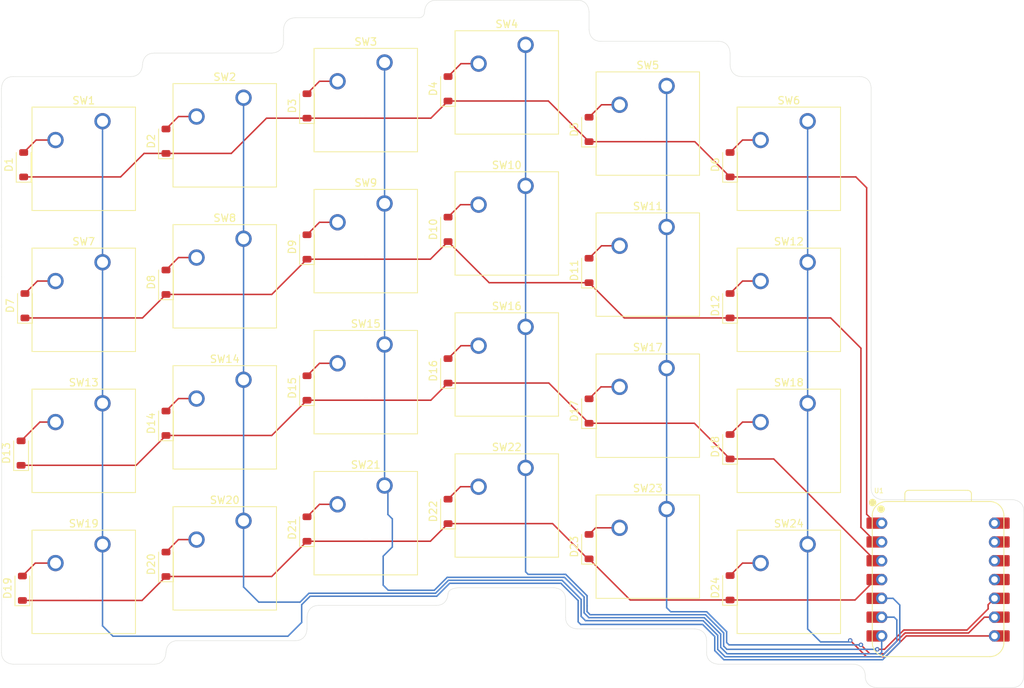
<source format=kicad_pcb>
(kicad_pcb (version 20241229) (generator "pcbnew") (generator_version "9.0")
  (layers (0 "F.Cu" signal) (2 "B.Cu" signal) (13 "F.Paste" user) (15 "B.Paste" user) (5 "F.SilkS" user "F.Silkscreen") (7 "B.SilkS" user "B.Silkscreen") (1 "F.Mask" user) (3 "B.Mask" user) (25 "Edge.Cuts" user))
  (net 0 "")
  (net 1 "Net-(D1-A)")
  (net 2 "Row0")
  (net 3 "Net-(D2-A)")
  (net 4 "Net-(D3-A)")
  (net 5 "Net-(D4-A)")
  (net 6 "Net-(D5-A)")
  (net 7 "Net-(D6-A)")
  (net 8 "Net-(D7-A)")
  (net 9 "Row1")
  (net 10 "Net-(D8-A)")
  (net 11 "Net-(D9-A)")
  (net 12 "Net-(D10-A)")
  (net 13 "Net-(D11-A)")
  (net 14 "Net-(D12-A)")
  (net 15 "Row2")
  (net 16 "Net-(D13-A)")
  (net 17 "Net-(D14-A)")
  (net 18 "Net-(D15-A)")
  (net 19 "Net-(D16-A)")
  (net 20 "Net-(D17-A)")
  (net 21 "Net-(D18-A)")
  (net 22 "Row3")
  (net 23 "Net-(D19-A)")
  (net 24 "Net-(D20-A)")
  (net 25 "Net-(D21-A)")
  (net 26 "Net-(D22-A)")
  (net 27 "Net-(D23-A)")
  (net 28 "Net-(D24-A)")
  (net 29 "Col0")
  (net 30 "Col1")
  (net 31 "Col2")
  (net 32 "Col3")
  (net 33 "Col4")
  (net 34 "Col5")
  (footprint "Diode_SMD:D_SOD-123" (layer "F.Cu") (at 210.2725 114.1925 90)
    (property "Reference" "D22")
    (property "Value" "D")
  )
  (footprint "Taps Keyboard shit:SW_Cherry_MX_1.00u_PCB" (layer "F.Cu") (at 239.8 94.835)
    (property "Reference" "SW17")
    (property "Value" "SW_Push_45deg")
  )
  (footprint "Diode_SMD:D_SOD-123" (layer "F.Cu") (at 152.7725 124.57375 90)
    (property "Reference" "D19")
    (property "Value" "D")
  )
  (footprint "Taps Keyboard shit:SW_Cherry_MX_1.00u_PCB" (layer "F.Cu") (at 258.85 80.5375)
    (property "Reference" "SW12")
    (property "Value" "SW_Push_45deg")
  )
  (footprint "Diode_SMD:D_SOD-123" (layer "F.Cu") (at 229.3225 118.955 90)
    (property "Reference" "D23")
    (property "Value" "D")
  )
  (footprint "Taps Keyboard shit:SW_Cherry_MX_1.00u_PCB" (layer "F.Cu") (at 239.8 113.875)
    (property "Reference" "SW23")
    (property "Value" "SW_Push_45deg")
  )
  (footprint "Diode_SMD:D_SOD-123" (layer "F.Cu") (at 210.2725 95.205 90)
    (property "Reference" "D16")
    (property "Value" "D")
  )
  (footprint "XIAO:XIAO-nRF52840-DIP" (layer "F.Cu") (at 276.47125 123.4)
    (property "Reference" "U1")
    (property "Value" "XIAO-nRF52840-DIP")
  )
  (footprint "Diode_SMD:D_SOD-123" (layer "F.Cu") (at 248.3725 105.46125 90)
    (property "Reference" "D18")
    (property "Value" "D")
  )
  (footprint "Diode_SMD:D_SOD-123" (layer "F.Cu") (at 248.3725 124.51125 90)
    (property "Reference" "D24")
    (property "Value" "D")
  )
  (footprint "Taps Keyboard shit:SW_Cherry_MX_1.00u_PCB" (layer "F.Cu") (at 163.6 99.5875)
    (property "Reference" "SW13")
    (property "Value" "SW_Push_45deg")
  )
  (footprint "Diode_SMD:D_SOD-123" (layer "F.Cu") (at 229.3225 100.63625 90)
    (property "Reference" "D17")
    (property "Value" "D")
  )
  (footprint "Taps Keyboard shit:SW_Cherry_MX_1.00u_PCB" (layer "F.Cu") (at 258.85 118.6375)
    (property "Reference" "SW24")
    (property "Value" "SW_Push_45deg")
  )
  (footprint "Diode_SMD:D_SOD-123" (layer "F.Cu") (at 172.1725 102.28625 90)
    (property "Reference" "D14")
    (property "Value" "D")
  )
  (footprint "Taps Keyboard shit:SW_Cherry_MX_1.00u_PCB" (layer "F.Cu") (at 182.65 58.3125)
    (property "Reference" "SW2")
    (property "Value" "SW_Push_45deg")
  )
  (footprint "Diode_SMD:D_SOD-123" (layer "F.Cu") (at 229.3225 62.59875 90)
    (property "Reference" "D5")
    (property "Value" "D")
  )
  (footprint "Diode_SMD:D_SOD-123" (layer "F.Cu") (at 152.5975 106.3175 90)
    (property "Reference" "D13")
    (property "Value" "D")
  )
  (footprint "Taps Keyboard shit:SW_Cherry_MX_1.00u_PCB" (layer "F.Cu") (at 182.65 115.4625)
    (property "Reference" "SW20")
    (property "Value" "SW_Push_45deg")
  )
  (footprint "Taps Keyboard shit:SW_Cherry_MX_1.00u_PCB" (layer "F.Cu") (at 220.75 108.31875)
    (property "Reference" "SW22")
    (property "Value" "SW_Push_45deg")
  )
  (footprint "Taps Keyboard shit:SW_Cherry_MX_1.00u_PCB" (layer "F.Cu") (at 239.8 75.775)
    (property "Reference" "SW11")
    (property "Value" "SW_Push_45deg")
  )
  (footprint "Diode_SMD:D_SOD-123" (layer "F.Cu") (at 153.1225 86.41125 90)
    (property "Reference" "D7")
    (property "Value" "D")
  )
  (footprint "Taps Keyboard shit:SW_Cherry_MX_1.00u_PCB" (layer "F.Cu") (at 220.75 51.16875)
    (property "Reference" "SW4")
    (property "Value" "SW_Push_45deg")
  )
  (footprint "Taps Keyboard shit:SW_Cherry_MX_1.00u_PCB" (layer "F.Cu") (at 201.7 72.6)
    (property "Reference" "SW9")
    (property "Value" "SW_Push_45deg")
  )
  (footprint "Diode_SMD:D_SOD-123" (layer "F.Cu") (at 248.3725 67.36125 90)
    (property "Reference" "D6")
    (property "Value" "D")
  )
  (footprint "Diode_SMD:D_SOD-123" (layer "F.Cu") (at 172.1725 83.23625 90)
    (property "Reference" "D8")
    (property "Value" "D")
  )
  (footprint "Diode_SMD:D_SOD-123" (layer "F.Cu") (at 152.9475 67.36125 90)
    (property "Reference" "D1")
    (property "Value" "D")
  )
  (footprint "Taps Keyboard shit:SW_Cherry_MX_1.00u_PCB" (layer "F.Cu") (at 258.85 99.5875)
    (property "Reference" "SW18")
    (property "Value" "SW_Push_45deg")
  )
  (footprint "Diode_SMD:D_SOD-123" (layer "F.Cu") (at 191.2225 116.57375 90)
    (property "Reference" "D21")
    (property "Value" "D")
  )
  (footprint "Taps Keyboard shit:SW_Cherry_MX_1.00u_PCB" (layer "F.Cu") (at 258.85 61.4875)
    (property "Reference" "SW6")
    (property "Value" "SW_Push_45deg")
  )
  (footprint "Taps Keyboard shit:SW_Cherry_MX_1.00u_PCB" (layer "F.Cu") (at 163.6 80.5375)
    (property "Reference" "SW7")
    (property "Value" "SW_Push_45deg")
  )
  (footprint "Diode_SMD:D_SOD-123" (layer "F.Cu") (at 191.2225 97.52375 90)
    (property "Reference" "D15")
    (property "Value" "D")
  )
  (footprint "Diode_SMD:D_SOD-123" (layer "F.Cu") (at 210.2725 76.0925 90)
    (property "Reference" "D10")
    (property "Value" "D")
  )
  (footprint "Taps Keyboard shit:SW_Cherry_MX_1.00u_PCB" (layer "F.Cu") (at 201.7 91.65)
    (property "Reference" "SW15")
    (property "Value" "SW_Push_45deg")
  )
  (footprint "Diode_SMD:D_SOD-123" (layer "F.Cu") (at 210.2725 57.105 90)
    (property "Reference" "D4")
    (property "Value" "D")
  )
  (footprint "Taps Keyboard shit:SW_Cherry_MX_1.00u_PCB" (layer "F.Cu") (at 163.6 61.4875)
    (property "Reference" "SW1")
    (property "Value" "SW_Push_45deg")
  )
  (footprint "Taps Keyboard shit:SW_Cherry_MX_1.00u_PCB" (layer "F.Cu") (at 239.8 56.725)
    (property "Reference" "SW5")
    (property "Value" "SW_Push_45deg")
  )
  (footprint "Taps Keyboard shit:SW_Cherry_MX_1.00u_PCB" (layer "F.Cu") (at 182.65 77.3625)
    (property "Reference" "SW8")
    (property "Value" "SW_Push_45deg")
  )
  (footprint "Taps Keyboard shit:SW_Cherry_MX_1.00u_PCB" (layer "F.Cu") (at 201.7 110.7)
    (property "Reference" "SW21")
    (property "Value" "SW_Push_45deg")
  )
  (footprint "Diode_SMD:D_SOD-123" (layer "F.Cu") (at 191.2225 59.42375 90)
    (property "Reference" "D3")
    (property "Value" "D")
  )
  (footprint "Taps Keyboard shit:SW_Cherry_MX_1.00u_PCB" (layer "F.Cu") (at 220.75 89.26875)
    (property "Reference" "SW16")
    (property "Value" "SW_Push_45deg")
  )
  (footprint "Taps Keyboard shit:SW_Cherry_MX_1.00u_PCB" (layer "F.Cu") (at 182.65 96.4125)
    (property "Reference" "SW14")
    (property "Value" "SW_Push_45deg")
  )
  (footprint "Diode_SMD:D_SOD-123" (layer "F.Cu") (at 172.1725 64.18625 90)
    (property "Reference" "D2")
    (property "Value" "D")
  )
  (footprint "Taps Keyboard shit:SW_Cherry_MX_1.00u_PCB" (layer "F.Cu") (at 220.75 70.21875)
    (property "Reference" "SW10")
    (property "Value" "SW_Push_45deg")
  )
  (footprint "Diode_SMD:D_SOD-123" (layer "F.Cu") (at 172.1725 121.33625 90)
    (property "Reference" "D20")
    (property "Value" "D")
  )
  (footprint "Taps Keyboard shit:SW_Cherry_MX_1.00u_PCB" (layer "F.Cu") (at 201.7 53.55)
    (property "Reference" "SW3")
    (property "Value" "SW_Push_45deg")
  )
  (footprint "Diode_SMD:D_SOD-123" (layer "F.Cu") (at 248.3725 86.41125 90)
    (property "Reference" "D12")
    (property "Value" "D")
  )
  (footprint "Diode_SMD:D_SOD-123" (layer "F.Cu") (at 229.3225 81.64875 90)
    (property "Reference" "D11")
    (property "Value" "D")
  )
  (footprint "Taps Keyboard shit:SW_Cherry_MX_1.00u_PCB" (layer "F.Cu") (at 163.6 118.6375)
    (property "Reference" "SW19")
    (property "Value" "SW_Push_45deg")
  )
  (footprint "Diode_SMD:D_SOD-123" (layer "F.Cu") (at 191.2225 78.47375 90)
    (property "Reference" "D9")
    (property "Value" "D")
  )
  (gr_curve (pts (xy 206.30375 47.5175) (xy 207.0975 47.5175) (xy 207.0975 46.72375) (xy 207.0975 46.72375)) (stroke (width 0.05)) (layer "Edge.Cuts"))
  (gr_curve (pts (xy 149.9475 133.2425) (xy 149.9475 134.83) (xy 151.535 134.83) (xy 151.535 134.83)) (stroke (width 0.05)) (layer "Edge.Cuts"))
  (gr_line (start 149.95 62.3) (end 149.9475 57.0425) (stroke (width 0.05)) (layer "Edge.Cuts"))
  (gr_curve (pts (xy 192.81 126.8925) (xy 191.2225 126.8925) (xy 191.2225 128.48) (xy 191.2225 128.48)) (stroke (width 0.05)) (layer "Edge.Cuts"))
  (gr_line (start 227.735 130.0675) (end 243.61 130.0675) (stroke (width 0.05)) (layer "Edge.Cuts"))
  (gr_curve (pts (xy 245.1975 131.655) (xy 245.1975 130.0675) (xy 243.61 130.0675) (xy 243.61 130.0675)) (stroke (width 0.05)) (layer "Edge.Cuts"))
  (gr_curve (pts (xy 151.535 55.455) (xy 149.9475 55.455) (xy 149.9475 57.0425) (xy 149.9475 57.0425)) (stroke (width 0.05)) (layer "Edge.Cuts"))
  (gr_line (start 211.86 124.51125) (end 224.56 124.51125) (stroke (width 0.05)) (layer "Edge.Cuts"))
  (gr_line (start 268.21625 138.005) (end 286.4725 138.005) (stroke (width 0.05)) (layer "Edge.Cuts"))
  (gr_line (start 149.95 66.298778) (end 149.96 78.52) (stroke (width 0.05)) (layer "Edge.Cuts"))
  (gr_line (start 188.0475 49.89875) (end 188.0475 50.6925) (stroke (width 0.05)) (layer "Edge.Cuts"))
  (gr_curve (pts (xy 170.585 52.28) (xy 168.9975 52.28) (xy 168.9975 53.8675) (xy 168.9975 53.8675)) (stroke (width 0.05)) (layer "Edge.Cuts"))
  (gr_curve (pts (xy 188.0475 50.6925) (xy 188.0475 52.28) (xy 186.46 52.28) (xy 186.46 52.28)) (stroke (width 0.05)) (layer "Edge.Cuts"))
  (gr_line (start 248.3725 52.28) (end 248.3725 53.8675) (stroke (width 0.05)) (layer "Edge.Cuts"))
  (gr_curve (pts (xy 226.1475 126.09875) (xy 226.1475 124.51125) (xy 224.56 124.51125) (xy 224.56 124.51125)) (stroke (width 0.05)) (layer "Edge.Cuts"))
  (gr_line (start 170.585 52.28) (end 186.46 52.28) (stroke (width 0.05)) (layer "Edge.Cuts"))
  (gr_line (start 245.1975 131.655) (end 245.1975 133.2425) (stroke (width 0.05)) (layer "Edge.Cuts"))
  (gr_curve (pts (xy 167.41 55.455) (xy 168.9975 55.455) (xy 168.9975 53.8675) (xy 168.9975 53.8675)) (stroke (width 0.05)) (layer "Edge.Cuts"))
  (gr_curve (pts (xy 189.635 47.5175) (xy 188.0475 47.5175) (xy 188.0475 49.105) (xy 188.0475 49.105)) (stroke (width 0.05)) (layer "Edge.Cuts"))
  (gr_line (start 191.2225 128.48) (end 191.2225 130.0675) (stroke (width 0.05)) (layer "Edge.Cuts"))
  (gr_curve (pts (xy 249.96 55.455) (xy 248.3725 55.455) (xy 248.3725 53.8675) (xy 248.3725 53.8675)) (stroke (width 0.05)) (layer "Edge.Cuts"))
  (gr_curve (pts (xy 266.62875 136.4175) (xy 266.62875 134.83) (xy 265.04125 134.83) (xy 265.04125 134.83)) (stroke (width 0.05)) (layer "Edge.Cuts"))
  (gr_curve (pts (xy 227.735 45.13625) (xy 229.3225 45.13625) (xy 229.3225 46.72375) (xy 229.3225 46.72375)) (stroke (width 0.05)) (layer "Edge.Cuts"))
  (gr_line (start 246.785 134.83) (end 265.04125 134.83) (stroke (width 0.05)) (layer "Edge.Cuts"))
  (gr_line (start 286.4725 112.605) (end 269.01 112.605) (stroke (width 0.05)) (layer "Edge.Cuts"))
  (gr_line (start 189.635 47.5175) (end 206.30375 47.5175) (stroke (width 0.05)) (layer "Edge.Cuts"))
  (gr_curve (pts (xy 208.685 126.8925) (xy 210.2725 126.8925) (xy 210.2725 125.305) (xy 210.2725 125.305)) (stroke (width 0.05)) (layer "Edge.Cuts"))
  (gr_curve (pts (xy 208.685 45.13625) (xy 207.0975 45.13625) (xy 207.0975 46.72375) (xy 207.0975 46.72375)) (stroke (width 0.05)) (layer "Edge.Cuts"))
  (gr_curve (pts (xy 245.1975 133.2425) (xy 245.1975 134.83) (xy 246.785 134.83) (xy 246.785 134.83)) (stroke (width 0.05)) (layer "Edge.Cuts"))
  (gr_curve (pts (xy 266.62875 136.4175) (xy 266.62875 138.005) (xy 268.21625 138.005) (xy 268.21625 138.005)) (stroke (width 0.05)) (layer "Edge.Cuts"))
  (gr_curve (pts (xy 246.785 50.6925) (xy 248.3725 50.6925) (xy 248.3725 52.28) (xy 248.3725 52.28)) (stroke (width 0.05)) (layer "Edge.Cuts"))
  (gr_curve (pts (xy 265.835 55.455) (xy 267.4225 55.455) (xy 267.4225 56.94) (xy 267.4225 56.98)) (stroke (width 0.05)) (layer "Edge.Cuts"))
  (gr_curve (pts (xy 170.585 134.83) (xy 172.1725 134.83) (xy 172.1725 133.2425) (xy 172.1725 133.2425)) (stroke (width 0.05)) (layer "Edge.Cuts"))
  (gr_line (start 229.3225 46.72375) (end 229.3225 49.105) (stroke (width 0.05)) (layer "Edge.Cuts"))
  (gr_line (start 149.95 62.3) (end 149.95 66.298778) (stroke (width 0.05)) (layer "Edge.Cuts"))
  (gr_line (start 149.97 123.5) (end 149.9475 133.2425) (stroke (width 0.05)) (layer "Edge.Cuts"))
  (gr_line (start 151.535 134.83) (end 170.585 134.83) (stroke (width 0.05)) (layer "Edge.Cuts"))
  (gr_line (start 173.76 131.655) (end 189.635 131.655) (stroke (width 0.05)) (layer "Edge.Cuts"))
  (gr_line (start 151.535 55.455) (end 167.41 55.455) (stroke (width 0.05)) (layer "Edge.Cuts"))
  (gr_line (start 149.96 78.52) (end 149.96 82.52) (stroke (width 0.05)) (layer "Edge.Cuts"))
  (gr_curve (pts (xy 211.86 124.51125) (xy 210.2725 124.51125) (xy 210.2725 125.305) (xy 210.2725 125.305)) (stroke (width 0.05)) (layer "Edge.Cuts"))
  (gr_line (start 267.4225 111.0175) (end 267.4225 56.98) (stroke (width 0.05)) (layer "Edge.Cuts"))
  (gr_curve (pts (xy 288.06 114.1925) (xy 288.06 112.605) (xy 286.4725 112.605) (xy 286.4725 112.605)) (stroke (width 0.05)) (layer "Edge.Cuts"))
  (gr_curve (pts (xy 189.635 131.655) (xy 191.2225 131.655) (xy 191.2225 130.0675) (xy 191.2225 130.0675)) (stroke (width 0.05)) (layer "Edge.Cuts"))
  (gr_line (start 188.0475 49.89875) (end 188.0475 49.105) (stroke (width 0.05)) (layer "Edge.Cuts"))
  (gr_line (start 208.685 45.13625) (end 227.735 45.13625) (stroke (width 0.05)) (layer "Edge.Cuts"))
  (gr_line (start 288.06 136.4175) (end 288.06 114.1925) (stroke (width 0.05)) (layer "Edge.Cuts"))
  (gr_curve (pts (xy 226.1475 128.48) (xy 226.1475 130.0675) (xy 227.735 130.0675) (xy 227.735 130.0675)) (stroke (width 0.05)) (layer "Edge.Cuts"))
  (gr_curve (pts (xy 230.91 50.6925) (xy 229.3225 50.6925) (xy 229.3225 49.105) (xy 229.3225 49.105)) (stroke (width 0.05)) (layer "Edge.Cuts"))
  (gr_line (start 192.81 126.8925) (end 208.685 126.8925) (stroke (width 0.05)) (layer "Edge.Cuts"))
  (gr_curve (pts (xy 286.4725 138.005) (xy 288.06 138.005) (xy 288.06 136.4175) (xy 288.06 136.4175)) (stroke (width 0.05)) (layer "Edge.Cuts"))
  (gr_line (start 230.91 50.6925) (end 246.785 50.6925) (stroke (width 0.05)) (layer "Edge.Cuts"))
  (gr_line (start 149.96 82.52) (end 149.97 123.5) (stroke (width 0.05)) (layer "Edge.Cuts"))
  (gr_curve (pts (xy 173.76 131.655) (xy 172.1725 131.655) (xy 172.1725 133.2425) (xy 172.1725 133.2425)) (stroke (width 0.05)) (layer "Edge.Cuts"))
  (gr_curve (pts (xy 267.4225 111.0175) (xy 267.4225 112.605) (xy 269.01 112.605) (xy 269.01 112.605)) (stroke (width 0.05)) (layer "Edge.Cuts"))
  (gr_line (start 249.96 55.455) (end 265.835 55.455) (stroke (width 0.05)) (layer "Edge.Cuts"))
  (gr_line (start 226.1475 128.48) (end 226.1475 126.09875) (stroke (width 0.05)) (layer "Edge.Cuts"))
  (segment (start 154.63125 64.0275) (end 152.9475 65.71125) (width 0.2) (layer "F.Cu") (net 1))
  (segment (start 157.25 64.0275) (end 154.63125 64.0275) (width 0.2) (layer "F.Cu") (net 1))
  (segment (start 169.21375 65.83625) (end 172.1725 65.83625) (width 0.2) (layer "F.Cu") (net 2))
  (segment (start 166.03875 69.01125) (end 169.21375 65.83625) (width 0.2) (layer "F.Cu") (net 2))
  (segment (start 223.82875 58.755) (end 229.3225 64.24875) (width 0.2) (layer "F.Cu") (net 2))
  (segment (start 185.753566 61.07375) (end 191.2225 61.07375) (width 0.2) (layer "F.Cu") (net 2))
  (segment (start 265.36125 69.01125) (end 266.8215 70.4715) (width 0.2) (layer "F.Cu") (net 2))
  (segment (start 243.61 64.24875) (end 248.3725 69.01125) (width 0.2) (layer "F.Cu") (net 2))
  (segment (start 229.3225 64.24875) (end 243.61 64.24875) (width 0.2) (layer "F.Cu") (net 2))
  (segment (start 207.95375 61.07375) (end 210.2725 58.755) (width 0.2) (layer "F.Cu") (net 2))
  (segment (start 266.8215 114.58525) (end 268.01625 115.78) (width 0.2) (layer "F.Cu") (net 2))
  (segment (start 266.8215 70.4715) (end 266.8215 114.58525) (width 0.2) (layer "F.Cu") (net 2))
  (segment (start 248.3725 69.01125) (end 265.36125 69.01125) (width 0.2) (layer "F.Cu") (net 2))
  (segment (start 210.2725 58.755) (end 223.82875 58.755) (width 0.2) (layer "F.Cu") (net 2))
  (segment (start 191.2225 61.07375) (end 207.95375 61.07375) (width 0.2) (layer "F.Cu") (net 2))
  (segment (start 180.991066 65.83625) (end 185.753566 61.07375) (width 0.2) (layer "F.Cu") (net 2))
  (segment (start 152.9475 69.01125) (end 166.03875 69.01125) (width 0.2) (layer "F.Cu") (net 2))
  (segment (start 172.1725 65.83625) (end 180.991066 65.83625) (width 0.2) (layer "F.Cu") (net 2))
  (segment (start 176.3 60.8525) (end 173.85625 60.8525) (width 0.2) (layer "F.Cu") (net 3))
  (segment (start 173.85625 60.8525) (end 172.1725 62.53625) (width 0.2) (layer "F.Cu") (net 3))
  (segment (start 192.90625 56.09) (end 191.2225 57.77375) (width 0.2) (layer "F.Cu") (net 4))
  (segment (start 195.35 56.09) (end 192.90625 56.09) (width 0.2) (layer "F.Cu") (net 4))
  (segment (start 214.4 53.70875) (end 212.01875 53.70875) (width 0.2) (layer "F.Cu") (net 5))
  (segment (start 212.01875 53.70875) (end 210.2725 55.455) (width 0.2) (layer "F.Cu") (net 5))
  (segment (start 231.00625 59.265) (end 229.3225 60.94875) (width 0.2) (layer "F.Cu") (net 6))
  (segment (start 233.45 59.265) (end 231.00625 59.265) (width 0.2) (layer "F.Cu") (net 6))
  (segment (start 252.5 64.0275) (end 250.05625 64.0275) (width 0.2) (layer "F.Cu") (net 7))
  (segment (start 250.05625 64.0275) (end 248.3725 65.71125) (width 0.2) (layer "F.Cu") (net 7))
  (segment (start 157.25 83.0775) (end 154.80625 83.0775) (width 0.2) (layer "F.Cu") (net 8))
  (segment (start 154.80625 83.0775) (end 153.1225 84.76125) (width 0.2) (layer "F.Cu") (net 8))
  (segment (start 261.96125 88.06125) (end 248.3725 88.06125) (width 0.2) (layer "F.Cu") (net 9))
  (segment (start 172.1725 84.88625) (end 168.9975 88.06125) (width 0.2) (layer "F.Cu") (net 9))
  (segment (start 168.9975 88.06125) (end 153.1225 88.06125) (width 0.2) (layer "F.Cu") (net 9))
  (segment (start 266.05 92.15) (end 261.96125 88.06125) (width 0.2) (layer "F.Cu") (net 9))
  (segment (start 186.46 84.88625) (end 172.1725 84.88625) (width 0.2) (layer "F.Cu") (net 9))
  (segment (start 207.89125 80.12375) (end 191.2225 80.12375) (width 0.2) (layer "F.Cu") (net 9))
  (segment (start 229.3225 83.29875) (end 215.82875 83.29875) (width 0.2) (layer "F.Cu") (net 9))
  (segment (start 210.2725 77.7425) (end 207.89125 80.12375) (width 0.2) (layer "F.Cu") (net 9))
  (segment (start 234.085 88.06125) (end 229.3225 83.29875) (width 0.2) (layer "F.Cu") (net 9))
  (segment (start 266.05 116.35375) (end 266.05 92.15) (width 0.2) (layer "F.Cu") (net 9))
  (segment (start 268.01625 118.32) (end 266.05 116.35375) (width 0.2) (layer "F.Cu") (net 9))
  (segment (start 215.82875 83.29875) (end 210.2725 77.7425) (width 0.2) (layer "F.Cu") (net 9))
  (segment (start 248.3725 88.06125) (end 234.085 88.06125) (width 0.2) (layer "F.Cu") (net 9))
  (segment (start 191.2225 80.12375) (end 186.46 84.88625) (width 0.2) (layer "F.Cu") (net 9))
  (segment (start 173.85625 79.9025) (end 172.1725 81.58625) (width 0.2) (layer "F.Cu") (net 10))
  (segment (start 176.3 79.9025) (end 173.85625 79.9025) (width 0.2) (layer "F.Cu") (net 10))
  (segment (start 192.90625 75.14) (end 191.2225 76.82375) (width 0.2) (layer "F.Cu") (net 11))
  (segment (start 195.35 75.14) (end 192.90625 75.14) (width 0.2) (layer "F.Cu") (net 11))
  (segment (start 214.4 72.75875) (end 211.95625 72.75875) (width 0.2) (layer "F.Cu") (net 12))
  (segment (start 211.95625 72.75875) (end 210.2725 74.4425) (width 0.2) (layer "F.Cu") (net 12))
  (segment (start 231.00625 78.315) (end 229.3225 79.99875) (width 0.2) (layer "F.Cu") (net 13))
  (segment (start 233.45 78.315) (end 231.00625 78.315) (width 0.2) (layer "F.Cu") (net 13))
  (segment (start 250.05625 83.0775) (end 248.3725 84.76125) (width 0.2) (layer "F.Cu") (net 14))
  (segment (start 252.5 83.0775) (end 250.05625 83.0775) (width 0.2) (layer "F.Cu") (net 14))
  (segment (start 243.5475 102.28625) (end 248.3725 107.11125) (width 0.2) (layer "F.Cu") (net 15))
  (segment (start 152.5975 107.9675) (end 168.14125 107.9675) (width 0.2) (layer "F.Cu") (net 15))
  (segment (start 186.46 103.93625) (end 191.2225 99.17375) (width 0.2) (layer "F.Cu") (net 15))
  (segment (start 172.1725 103.93625) (end 186.46 103.93625) (width 0.2) (layer "F.Cu") (net 15))
  (segment (start 207.95375 99.17375) (end 210.2725 96.855) (width 0.2) (layer "F.Cu") (net 15))
  (segment (start 229.3225 102.28625) (end 243.5475 102.28625) (width 0.2) (layer "F.Cu") (net 15))
  (segment (start 191.2225 99.17375) (end 207.95375 99.17375) (width 0.2) (layer "F.Cu") (net 15))
  (segment (start 223.89125 96.855) (end 229.3225 102.28625) (width 0.2) (layer "F.Cu") (net 15))
  (segment (start 248.3725 107.11125) (end 254.2675 107.11125) (width 0.2) (layer "F.Cu") (net 15))
  (segment (start 210.2725 96.855) (end 223.89125 96.855) (width 0.2) (layer "F.Cu") (net 15))
  (segment (start 168.14125 107.9675) (end 172.1725 103.93625) (width 0.2) (layer "F.Cu") (net 15))
  (segment (start 254.2675 107.11125) (end 268.01625 120.86) (width 0.2) (layer "F.Cu") (net 15))
  (segment (start 155.1375 102.1275) (end 152.5975 104.6675) (width 0.2) (layer "F.Cu") (net 16))
  (segment (start 157.25 102.1275) (end 155.1375 102.1275) (width 0.2) (layer "F.Cu") (net 16))
  (segment (start 173.85625 98.9525) (end 172.1725 100.63625) (width 0.2) (layer "F.Cu") (net 17))
  (segment (start 176.3 98.9525) (end 173.85625 98.9525) (width 0.2) (layer "F.Cu") (net 17))
  (segment (start 192.90625 94.19) (end 191.2225 95.87375) (width 0.2) (layer "F.Cu") (net 18))
  (segment (start 195.35 94.19) (end 192.90625 94.19) (width 0.2) (layer "F.Cu") (net 18))
  (segment (start 214.4 91.80875) (end 212.01875 91.80875) (width 0.2) (layer "F.Cu") (net 19))
  (segment (start 212.01875 91.80875) (end 210.2725 93.555) (width 0.2) (layer "F.Cu") (net 19))
  (segment (start 230.93375 97.375) (end 229.3225 98.98625) (width 0.2) (layer "F.Cu") (net 20))
  (segment (start 233.45 97.375) (end 230.93375 97.375) (width 0.2) (layer "F.Cu") (net 20))
  (segment (start 250.05625 102.1275) (end 248.3725 103.81125) (width 0.2) (layer "F.Cu") (net 21))
  (segment (start 252.5 102.1275) (end 250.05625 102.1275) (width 0.2) (layer "F.Cu") (net 21))
  (segment (start 186.46 122.98625) (end 172.1725 122.98625) (width 0.2) (layer "F.Cu") (net 22))
  (segment (start 229.155 120.605) (end 224.3925 115.8425) (width 0.2) (layer "F.Cu") (net 22))
  (segment (start 229.3225 120.605) (end 234.87875 126.16125) (width 0.2) (layer "F.Cu") (net 22))
  (segment (start 265.255 126.16125) (end 268.01625 123.4) (width 0.2) (layer "F.Cu") (net 22))
  (segment (start 172.1725 122.98625) (end 168.935 126.22375) (width 0.2) (layer "F.Cu") (net 22))
  (segment (start 248.3725 126.16125) (end 265.255 126.16125) (width 0.2) (layer "F.Cu") (net 22))
  (segment (start 210.2725 115.8425) (end 207.89125 118.22375) (width 0.2) (layer "F.Cu") (net 22))
  (segment (start 224.3925 115.8425) (end 210.2725 115.8425) (width 0.2) (layer "F.Cu") (net 22))
  (segment (start 168.935 126.22375) (end 152.7725 126.22375) (width 0.2) (layer "F.Cu") (net 22))
  (segment (start 191.2225 118.22375) (end 186.46 122.98625) (width 0.2) (layer "F.Cu") (net 22))
  (segment (start 207.89125 118.22375) (end 191.2225 118.22375) (width 0.2) (layer "F.Cu") (net 22))
  (segment (start 229.3225 120.605) (end 229.155 120.605) (width 0.2) (layer "F.Cu") (net 22))
  (segment (start 234.87875 126.16125) (end 248.3725 126.16125) (width 0.2) (layer "F.Cu") (net 22))
  (segment (start 154.51875 121.1775) (end 152.7725 122.92375) (width 0.2) (layer "F.Cu") (net 23))
  (segment (start 157.25 121.1775) (end 154.51875 121.1775) (width 0.2) (layer "F.Cu") (net 23))
  (segment (start 176.3 118.0025) (end 173.85625 118.0025) (width 0.2) (layer "F.Cu") (net 24))
  (segment (start 173.85625 118.0025) (end 172.1725 119.68625) (width 0.2) (layer "F.Cu") (net 24))
  (segment (start 192.90625 113.24) (end 191.2225 114.92375) (width 0.2) (layer "F.Cu") (net 25))
  (segment (start 195.35 113.24) (end 192.90625 113.24) (width 0.2) (layer "F.Cu") (net 25))
  (segment (start 211.95625 110.85875) (end 210.2725 112.5425) (width 0.2) (layer "F.Cu") (net 26))
  (segment (start 214.4 110.85875) (end 211.95625 110.85875) (width 0.2) (layer "F.Cu") (net 26))
  (segment (start 233.45 116.415) (end 230.2125 116.415) (width 0.2) (layer "F.Cu") (net 27))
  (segment (start 230.2125 116.415) (end 229.3225 117.305) (width 0.2) (layer "F.Cu") (net 27))
  (segment (start 250.05625 121.1775) (end 248.3725 122.86125) (width 0.2) (layer "F.Cu") (net 28))
  (segment (start 252.5 121.1775) (end 250.05625 121.1775) (width 0.2) (layer "F.Cu") (net 28))
  (segment (start 246.3 133) (end 246.3 131.1) (width 0.2) (layer "B.Cu") (net 29))
  (segment (start 227.85 129.1165) (end 227.85 126.240985) (width 0.2) (layer "B.Cu") (net 29))
  (segment (start 268.85125 125.94) (end 270.39 125.94) (width 0.2) (layer "B.Cu") (net 29))
  (segment (start 190.5 129.2) (end 188.646 131.054) (width 0.2) (layer "B.Cu") (net 29))
  (segment (start 268.971 134.229) (end 247.529 134.229) (width 0.2) (layer "B.Cu") (net 29))
  (segment (start 225.513897 123.904882) (end 210.495118 123.904882) (width 0.2) (layer "B.Cu") (net 29))
  (segment (start 191.65 125.65) (end 190.5 126.8) (width 0.2) (layer "B.Cu") (net 29))
  (segment (start 208.75 125.65) (end 191.65 125.65) (width 0.2) (layer "B.Cu") (net 29))
  (segment (start 165.004 131.054) (end 163.6 129.65) (width 0.2) (layer "B.Cu") (net 29))
  (segment (start 271.3 131.9) (end 268.971 134.229) (width 0.2) (layer "B.Cu") (net 29))
  (segment (start 163.6 61.4875) (end 163.6 118.6375) (width 0.2) (layer "B.Cu") (net 29))
  (segment (start 210.495118 123.904882) (end 208.75 125.65) (width 0.2) (layer "B.Cu") (net 29))
  (segment (start 246.3 131.1) (end 244.6665 129.4665) (width 0.2) (layer "B.Cu") (net 29))
  (segment (start 271.3 126.85) (end 271.3 131.9) (width 0.2) (layer "B.Cu") (net 29))
  (segment (start 227.85 126.240985) (end 225.513897 123.904882) (width 0.2) (layer "B.Cu") (net 29))
  (segment (start 247.529 134.229) (end 246.3 133) (width 0.2) (layer "B.Cu") (net 29))
  (segment (start 163.6 129.65) (end 163.6 118.6375) (width 0.2) (layer "B.Cu") (net 29))
  (segment (start 270.39 125.94) (end 271.3 126.85) (width 0.2) (layer "B.Cu") (net 29))
  (segment (start 228.2 129.4665) (end 227.85 129.1165) (width 0.2) (layer "B.Cu") (net 29))
  (segment (start 188.646 131.054) (end 165.004 131.054) (width 0.2) (layer "B.Cu") (net 29))
  (segment (start 190.5 126.8) (end 190.5 129.2) (width 0.2) (layer "B.Cu") (net 29))
  (segment (start 244.6665 129.4665) (end 228.2 129.4665) (width 0.2) (layer "B.Cu") (net 29))
  (segment (start 268.85125 128.48) (end 270.53 128.48) (width 0.2) (layer "B.Cu") (net 30))
  (segment (start 244.7175 128.9504) (end 228.8333 128.9504) (width 0.2) (layer "B.Cu") (net 30))
  (segment (start 270.899 131.7339) (end 268.8049 133.828) (width 0.2) (layer "B.Cu") (net 30))
  (segment (start 228.251 126.074885) (end 225.679997 123.503882) (width 0.2) (layer "B.Cu") (net 30))
  (segment (start 225.679997 123.503882) (end 210.329018 123.503882) (width 0.2) (layer "B.Cu") (net 30))
  (segment (start 246.701 130.9339) (end 244.7175 128.9504) (width 0.2) (layer "B.Cu") (net 30))
  (segment (start 270.53 128.48) (end 270.9 128.85) (width 0.2) (layer "B.Cu") (net 30))
  (segment (start 182.65 115.4625) (end 182.65 58.3125) (width 0.2) (layer "B.Cu") (net 30))
  (segment (start 228.251 128.3681) (end 228.251 126.074885) (width 0.2) (layer "B.Cu") (net 30))
  (segment (start 247.6951 133.828) (end 246.701 132.8339) (width 0.2) (layer "B.Cu") (net 30))
  (segment (start 182.65 124.4) (end 182.65 115.4625) (width 0.2) (layer "B.Cu") (net 30))
  (segment (start 208.5839 125.249) (end 191.4839 125.249) (width 0.2) (layer "B.Cu") (net 30))
  (segment (start 228.8333 128.9504) (end 228.251 128.3681) (width 0.2) (layer "B.Cu") (net 30))
  (segment (start 191.4839 125.249) (end 190.2829 126.45) (width 0.2) (layer "B.Cu") (net 30))
  (segment (start 270.899 128.851) (end 270.899 131.7339) (width 0.2) (layer "B.Cu") (net 30))
  (segment (start 190.2829 126.45) (end 184.7 126.45) (width 0.2) (layer "B.Cu") (net 30))
  (segment (start 268.8049 133.828) (end 247.6951 133.828) (width 0.2) (layer "B.Cu") (net 30))
  (segment (start 270.9 128.85) (end 270.899 128.851) (width 0.2) (layer "B.Cu") (net 30))
  (segment (start 210.329018 123.503882) (end 208.5839 125.249) (width 0.2) (layer "B.Cu") (net 30))
  (segment (start 184.7 126.45) (end 182.65 124.4) (width 0.2) (layer "B.Cu") (net 30))
  (segment (start 246.701 132.8339) (end 246.701 130.9339) (width 0.2) (layer "B.Cu") (net 30))
  (segment (start 201.511 124.159) (end 201.511 120.239) (width 0.2) (layer "B.Cu") (net 31))
  (segment (start 210.162918 123.102882) (end 208.4178 124.848) (width 0.2) (layer "B.Cu") (net 31))
  (segment (start 228.652 125.752) (end 226.002882 123.102882) (width 0.2) (layer "B.Cu") (net 31))
  (segment (start 247.102 130.7678) (end 244.8836 128.5494) (width 0.2) (layer "B.Cu") (net 31))
  (segment (start 202.75 119) (end 202.75 115.211) (width 0.2) (layer "B.Cu") (net 31))
  (segment (start 268.85125 131.02) (end 268.85125 133.21455) (width 0.2) (layer "B.Cu") (net 31))
  (segment (start 201.511 120.239) (end 202.75 119) (width 0.2) (layer "B.Cu") (net 31))
  (segment (start 226.002882 123.102882) (end 210.162918 123.102882) (width 0.2) (layer "B.Cu") (net 31))
  (segment (start 202.15 114.611) (end 202.15 111.15) (width 0.2) (layer "B.Cu") (net 31))
  (segment (start 268.6388 133.427) (end 247.977 133.427) (width 0.2) (layer "B.Cu") (net 31))
  (segment (start 202.15 111.15) (end 201.7 110.7) (width 0.2) (layer "B.Cu") (net 31))
  (segment (start 229.3006 128.5494) (end 229.3 128.55) (width 0.2) (layer "B.Cu") (net 31))
  (segment (start 268.85125 133.21455) (end 268.6388 133.427) (width 0.2) (layer "B.Cu") (net 31))
  (segment (start 244.8836 128.5494) (end 229.3006 128.5494) (width 0.2) (layer "B.Cu") (net 31))
  (segment (start 208.4178 124.848) (end 202.2 124.848) (width 0.2) (layer "B.Cu") (net 31))
  (segment (start 202.75 115.211) (end 202.15 114.611) (width 0.2) (layer "B.Cu") (net 31))
  (segment (start 202.2 124.848) (end 201.511 124.159) (width 0.2) (layer "B.Cu") (net 31))
  (segment (start 228.652 127.902) (end 228.652 125.752) (width 0.2) (layer "B.Cu") (net 31))
  (segment (start 247.977 133.427) (end 247.102 132.552) (width 0.2) (layer "B.Cu") (net 31))
  (segment (start 247.102 132.552) (end 247.102 130.7678) (width 0.2) (layer "B.Cu") (net 31))
  (segment (start 229.3 128.55) (end 228.652 127.902) (width 0.2) (layer "B.Cu") (net 31))
  (segment (start 201.7 53.55) (end 201.7 110.7) (width 0.2) (layer "B.Cu") (net 31))
  (segment (start 280.382 130.218) (end 283.23125 127.36875) (width 0.2) (layer "F.Cu") (net 32))
  (segment (start 271.7658 130.3) (end 271.8478 130.218) (width 0.2) (layer "F.Cu") (net 32))
  (segment (start 271.75 130.3) (end 271.7658 130.3) (width 0.2) (layer "F.Cu") (net 32))
  (segment (start 271.8478 130.218) (end 280.382 130.218) (width 0.2) (layer "F.Cu") (net 32))
  (segment (start 283.23125 126.8) (end 284.09125 125.94) (width 0.2) (layer "F.Cu") (net 32))
  (segment (start 268.25125 132.827) (end 269.223 132.827) (width 0.2) (layer "F.Cu") (net 32))
  (segment (start 269.223 132.827) (end 271.75 130.3) (width 0.2) (layer "F.Cu") (net 32))
  (segment (start 283.23125 127.36875) (end 283.23125 126.8) (width 0.2) (layer "F.Cu") (net 32))
  (via (at 268.25125 132.827) (size 0.6) (drill 0.3) (layers "F.Cu" "B.Cu") (net 32))
  (segment (start 229.4655 128.1484) (end 229.65 128.1484) (width 0.2) (layer "B.Cu") (net 32))
  (segment (start 220.75 108.31875) (end 220.75 122.351882) (width 0.2) (layer "B.Cu") (net 32))
  (segment (start 229.053 127.7359) (end 229.4655 128.1484) (width 0.2) (layer "B.Cu") (net 32))
  (segment (start 245.0497 128.1484) (end 247.503 130.6017) (width 0.2) (layer "B.Cu") (net 32))
  (segment (start 225.9 122.701882) (end 226.168982 122.701882) (width 0.2) (layer "B.Cu") (net 32))
  (segment (start 229.053 126.95) (end 229.053 127.7359) (width 0.2) (layer "B.Cu") (net 32))
  (segment (start 229.053 125.5859) (end 229.053 126.95) (width 0.2) (layer "B.Cu") (net 32))
  (segment (start 229.65 128.1484) (end 245.0497 128.1484) (width 0.2) (layer "B.Cu") (net 32))
  (segment (start 247.503 132.3859) (end 247.50855 132.39145) (width 0.2) (layer "B.Cu") (net 32))
  (segment (start 220.75 108.31875) (end 220.75 51.16875) (width 0.2) (layer "B.Cu") (net 32))
  (segment (start 226.168982 122.701882) (end 229.053 125.5859) (width 0.2) (layer "B.Cu") (net 32))
  (segment (start 247.503 130.6017) (end 247.503 130.75) (width 0.2) (layer "B.Cu") (net 32))
  (segment (start 220.75 122.351882) (end 221.1 122.701882) (width 0.2) (layer "B.Cu") (net 32))
  (segment (start 247.503 130.75) (end 247.503 132.3859) (width 0.2) (layer "B.Cu") (net 32))
  (segment (start 247.9441 132.827) (end 268.25125 132.827) (width 0.2) (layer "B.Cu") (net 32))
  (segment (start 221.1 122.701882) (end 225.9 122.701882) (width 0.2) (layer "B.Cu") (net 32))
  (segment (start 247.50855 132.39145) (end 247.9441 132.827) (width 0.2) (layer "B.Cu") (net 32))
  (segment (start 282.73 128.48) (end 284.09125 128.48) (width 0.2) (layer "F.Cu") (net 33))
  (segment (start 267.251 133.428) (end 269.1891 133.428) (width 0.2) (layer "F.Cu") (net 33))
  (segment (start 271.8829 130.75) (end 272.0139 130.619) (width 0.2) (layer "F.Cu") (net 33))
  (segment (start 269.1891 133.428) (end 271.8671 130.75) (width 0.2) (layer "F.Cu") (net 33))
  (segment (start 272.0139 130.619) (end 280.591 130.619) (width 0.2) (layer "F.Cu") (net 33))
  (segment (start 266.05 132.227) (end 267.251 133.428) (width 0.2) (layer "F.Cu") (net 33))
  (segment (start 271.8671 130.75) (end 271.8829 130.75) (width 0.2) (layer "F.Cu") (net 33))
  (segment (start 280.591 130.619) (end 282.73 128.48) (width 0.2) (layer "F.Cu") (net 33))
  (via (at 266.05 132.227) (size 0.6) (drill 0.3) (layers "F.Cu" "B.Cu") (net 33))
  (segment (start 239.8 113.875) (end 239.8 127.1974) (width 0.2) (layer "B.Cu") (net 33))
  (segment (start 248.231 132.227) (end 266.05 132.227) (width 0.2) (layer "B.Cu") (net 33))
  (segment (start 239.8 127.1974) (end 240.35 127.7474) (width 0.2) (layer "B.Cu") (net 33))
  (segment (start 239.8 56.725) (end 239.8 113.875) (width 0.2) (layer "B.Cu") (net 33))
  (segment (start 245.4507 127.9823) (end 247.904 130.4356) (width 0.2) (layer "B.Cu") (net 33))
  (segment (start 240.35 127.7474) (end 245.2158 127.7474) (width 0.2) (layer "B.Cu") (net 33))
  (segment (start 247.904 131.9) (end 248.231 132.227) (width 0.2) (layer "B.Cu") (net 33))
  (segment (start 247.904 130.4356) (end 247.904 131.9) (width 0.2) (layer "B.Cu") (net 33))
  (segment (start 245.2158 127.7474) (end 245.4507 127.9823) (width 0.2) (layer "B.Cu") (net 33))
  (segment (start 264.6 131.627) (end 266.802 133.829) (width 0.2) (layer "F.Cu") (net 34))
  (segment (start 272.18 131.02) (end 284.09125 131.02) (width 0.2) (layer "F.Cu") (net 34))
  (segment (start 269.371 133.829) (end 272.18 131.02) (width 0.2) (layer "F.Cu") (net 34))
  (segment (start 266.802 133.829) (end 269.371 133.829) (width 0.2) (layer "F.Cu") (net 34))
  (via (at 264.6 131.627) (size 0.6) (drill 0.3) (layers "F.Cu" "B.Cu") (net 34))
  (segment (start 260.6 131.826) (end 264.401 131.826) (width 0.2) (layer "B.Cu") (net 34))
  (segment (start 258.85 118.6375) (end 258.85 61.4875) (width 0.2) (layer "B.Cu") (net 34))
  (segment (start 258.85 118.6375) (end 258.85 130.076) (width 0.2) (layer "B.Cu") (net 34))
  (segment (start 264.401 131.826) (end 264.6 131.627) (width 0.2) (layer "B.Cu") (net 34))
  (segment (start 258.85 130.076) (end 260.6 131.826) (width 0.2) (layer "B.Cu") (net 34))
)
</source>
